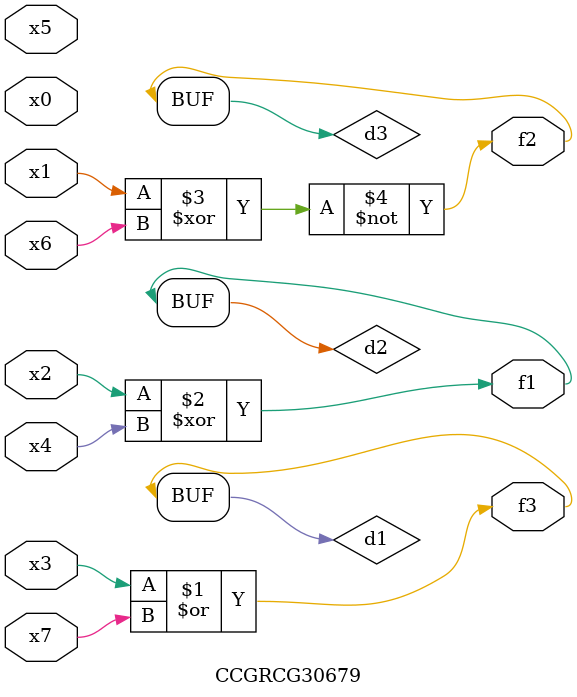
<source format=v>
module CCGRCG30679(
	input x0, x1, x2, x3, x4, x5, x6, x7,
	output f1, f2, f3
);

	wire d1, d2, d3;

	or (d1, x3, x7);
	xor (d2, x2, x4);
	xnor (d3, x1, x6);
	assign f1 = d2;
	assign f2 = d3;
	assign f3 = d1;
endmodule

</source>
